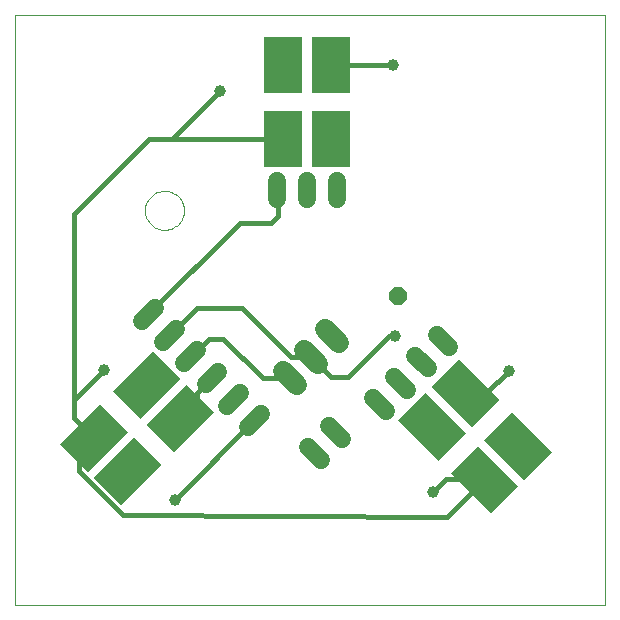
<source format=gbl>
G75*
%MOIN*%
%OFA0B0*%
%FSLAX24Y24*%
%IPPOS*%
%LPD*%
%AMOC8*
5,1,8,0,0,1.08239X$1,22.5*
%
%ADD10C,0.0000*%
%ADD11C,0.0600*%
%ADD12OC8,0.0600*%
%ADD13C,0.0660*%
%ADD14R,0.1299X0.1890*%
%ADD15C,0.0160*%
%ADD16C,0.0396*%
D10*
X000100Y000100D02*
X000100Y019785D01*
X019785Y019785D01*
X019785Y000100D01*
X000100Y000100D01*
X004439Y013261D02*
X004441Y013311D01*
X004447Y013361D01*
X004457Y013411D01*
X004470Y013459D01*
X004487Y013507D01*
X004508Y013553D01*
X004532Y013597D01*
X004560Y013639D01*
X004591Y013679D01*
X004625Y013716D01*
X004662Y013751D01*
X004701Y013782D01*
X004742Y013811D01*
X004786Y013836D01*
X004832Y013858D01*
X004879Y013876D01*
X004927Y013890D01*
X004976Y013901D01*
X005026Y013908D01*
X005076Y013911D01*
X005127Y013910D01*
X005177Y013905D01*
X005227Y013896D01*
X005275Y013884D01*
X005323Y013867D01*
X005369Y013847D01*
X005414Y013824D01*
X005457Y013797D01*
X005497Y013767D01*
X005535Y013734D01*
X005570Y013698D01*
X005603Y013659D01*
X005632Y013618D01*
X005658Y013575D01*
X005681Y013530D01*
X005700Y013483D01*
X005715Y013435D01*
X005727Y013386D01*
X005735Y013336D01*
X005739Y013286D01*
X005739Y013236D01*
X005735Y013186D01*
X005727Y013136D01*
X005715Y013087D01*
X005700Y013039D01*
X005681Y012992D01*
X005658Y012947D01*
X005632Y012904D01*
X005603Y012863D01*
X005570Y012824D01*
X005535Y012788D01*
X005497Y012755D01*
X005457Y012725D01*
X005414Y012698D01*
X005369Y012675D01*
X005323Y012655D01*
X005275Y012638D01*
X005227Y012626D01*
X005177Y012617D01*
X005127Y012612D01*
X005076Y012611D01*
X005026Y012614D01*
X004976Y012621D01*
X004927Y012632D01*
X004879Y012646D01*
X004832Y012664D01*
X004786Y012686D01*
X004742Y012711D01*
X004701Y012740D01*
X004662Y012771D01*
X004625Y012806D01*
X004591Y012843D01*
X004560Y012883D01*
X004532Y012925D01*
X004508Y012969D01*
X004487Y013015D01*
X004470Y013063D01*
X004457Y013111D01*
X004447Y013161D01*
X004441Y013211D01*
X004439Y013261D01*
D11*
X004764Y010010D02*
X004340Y009586D01*
X005047Y008879D02*
X005471Y009303D01*
X006179Y008596D02*
X005754Y008171D01*
X006461Y007464D02*
X006886Y007889D01*
X007593Y007181D02*
X007169Y006757D01*
X007876Y006050D02*
X008300Y006474D01*
X009874Y005369D02*
X010299Y004944D01*
X011006Y005651D02*
X010581Y006076D01*
X012037Y007001D02*
X012461Y006577D01*
X013169Y007284D02*
X012744Y007709D01*
X013451Y008416D02*
X013876Y007991D01*
X014583Y008699D02*
X014159Y009123D01*
X010840Y013640D02*
X010840Y014240D01*
X009840Y014240D02*
X009840Y013640D01*
X008840Y013640D02*
X008840Y014240D01*
D12*
X012880Y010400D03*
D13*
X010908Y008856D02*
X010442Y009323D01*
X009734Y008616D02*
X010201Y008149D01*
X009494Y007442D02*
X009027Y007908D01*
D14*
G36*
X005813Y007447D02*
X006731Y006529D01*
X005395Y005193D01*
X004477Y006111D01*
X005813Y007447D01*
G37*
G36*
X004699Y008561D02*
X005617Y007643D01*
X004281Y006307D01*
X003363Y007225D01*
X004699Y008561D01*
G37*
G36*
X002945Y006807D02*
X003863Y005889D01*
X002527Y004553D01*
X001609Y005471D01*
X002945Y006807D01*
G37*
G36*
X004059Y005693D02*
X004977Y004775D01*
X003641Y003439D01*
X002723Y004357D01*
X004059Y005693D01*
G37*
G36*
X012879Y006259D02*
X013797Y007177D01*
X015133Y005841D01*
X014215Y004923D01*
X012879Y006259D01*
G37*
G36*
X013993Y007373D02*
X014911Y008291D01*
X016247Y006955D01*
X015329Y006037D01*
X013993Y007373D01*
G37*
G36*
X015747Y005619D02*
X016665Y006537D01*
X018001Y005201D01*
X017083Y004283D01*
X015747Y005619D01*
G37*
G36*
X014633Y004505D02*
X015551Y005423D01*
X016887Y004087D01*
X015969Y003169D01*
X014633Y004505D01*
G37*
X010627Y015640D03*
X009053Y015640D03*
X009053Y018120D03*
X010627Y018120D03*
D15*
X012690Y018120D01*
X012700Y018110D01*
X009053Y015640D02*
X005340Y015640D01*
X004560Y015640D01*
X002060Y013140D01*
X002060Y006930D01*
X002060Y006356D01*
X002736Y005680D01*
X002736Y005306D01*
X002240Y005330D01*
X002230Y004580D01*
X003700Y003110D01*
X014494Y003030D01*
X015760Y004296D01*
X014466Y004296D01*
X014040Y003870D01*
X015120Y007164D02*
X015814Y007164D01*
X016560Y007910D01*
X012760Y009070D02*
X012570Y009070D01*
X011220Y007720D01*
X010630Y007720D01*
X009968Y008382D01*
X009318Y008382D01*
X007690Y010020D01*
X006169Y010020D01*
X005259Y009091D01*
X004552Y009798D02*
X007594Y012840D01*
X008640Y012840D01*
X008890Y013090D01*
X008890Y013870D01*
X008840Y013820D01*
X008840Y013940D01*
X008840Y013820D02*
X008840Y013740D01*
X006930Y017230D02*
X005340Y015640D01*
X006573Y008990D02*
X007050Y008990D01*
X008365Y007675D01*
X009261Y007675D01*
X008088Y006262D02*
X005440Y003614D01*
X005440Y003610D01*
X005604Y006320D02*
X006180Y006896D01*
X006180Y007180D01*
X006674Y007674D01*
X006674Y007676D01*
X005966Y008384D02*
X006573Y008990D01*
X003060Y007930D02*
X002060Y006930D01*
D16*
X003060Y007930D03*
X005440Y003610D03*
X012760Y009070D03*
X016560Y007910D03*
X014040Y003870D03*
X006930Y017230D03*
X012700Y018110D03*
M02*

</source>
